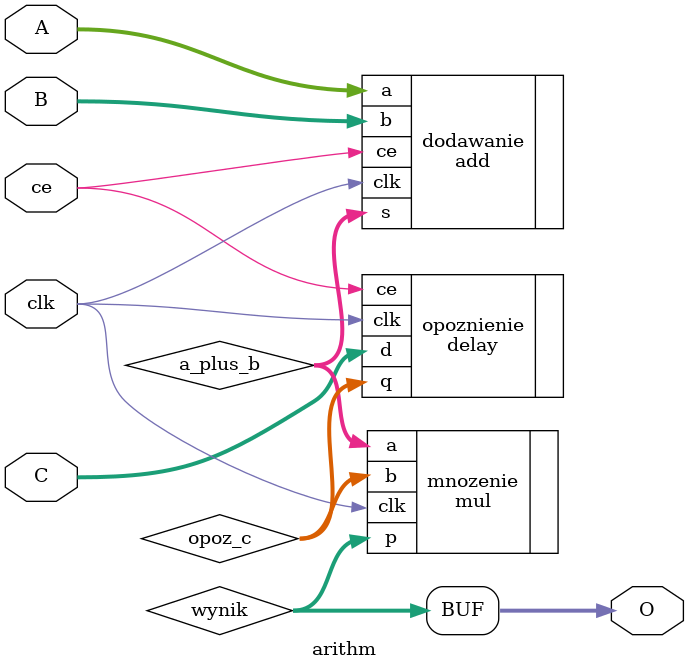
<source format=v>
`timescale 1ns / 1ps
module arithm(
    input clk,
    input ce,
    input [13:0] A,
    input [13:0] B,
    input [13:0] C,
	 
	 output [28:0] O
    );

wire signed [14:0] a_plus_b;
wire signed [13:0] opoz_c;
wire signed [28:0] wynik;

//latency = 2
add dodawanie (
  .a(A), // input [13 : 0] a
  .b(B), // input [13 : 0] b
  .clk(clk), // input clk
  .ce(ce), // input ce
  .s(a_plus_b) // output [14 : 0] s
);

delay # (
	.DELAY(2),
	.N(14)) 
	opoznienie
	(
	.d(C), 
	.ce(ce), 
	.clk(clk), 
	.q(opoz_c)
 );
 
 //latency = 3
 mul mnozenie (
  .clk(clk), // input clk
  .a(a_plus_b), // input [13 : 0] a
  .b(opoz_c), // input [13 : 0] b
  .p(wynik) // output [28 : 0] p
 );
 
 assign O = wynik;//powinno byc 11111101111001101101011110000
endmodule

</source>
